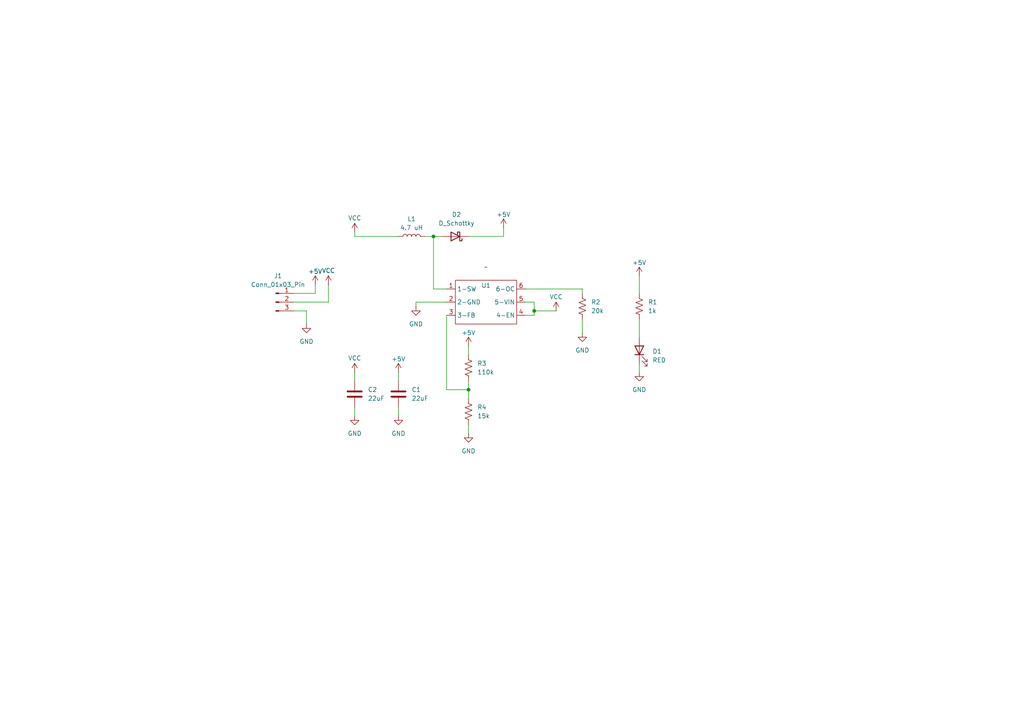
<source format=kicad_sch>
(kicad_sch (version 20250114) (generator "eeschema") (generator_version "9.0")
  (paper "A4")
  (lib_symbols
    (symbol "Connector:Conn_01x03_Pin" (pin_names (offset 1.016) (hide yes))
      (property "Reference" "J" (at 0 5.08 0))
      (property "Value" "Conn_01x03_Pin" (at 0 -5.08 0))
      (symbol "Conn_01x03_Pin_1_1"
        (rectangle (start 0.8636 2.667) (end 0 2.413) (stroke (width 0.1524)) (fill (type outline)))
        (rectangle (start 0.8636 0.127) (end 0 -0.127) (stroke (width 0.1524)) (fill (type outline)))
        (rectangle (start 0.8636 -2.413) (end 0 -2.667) (stroke (width 0.1524)) (fill (type outline)))
        (polyline (pts (xy 1.27 2.54) (xy 0.8636 2.54)) (stroke (width 0.1524)))
        (polyline (pts (xy 1.27 0) (xy 0.8636 0)) (stroke (width 0.1524)))
        (polyline (pts (xy 1.27 -2.54) (xy 0.8636 -2.54)) (stroke (width 0.1524)))
        (pin passive line (at 5.08 2.54 180) (length 3.81) (name "Pin_1") (number "1"))
        (pin passive line (at 5.08 0 180) (length 3.81) (name "Pin_2") (number "2"))
        (pin passive line (at 5.08 -2.54 180) (length 3.81) (name "Pin_3") (number "3"))
      )
    )
    (symbol "Device:C" (pin_numbers (hide yes)) (pin_names (offset 0.254))
      (property "Reference" "C" (at 0.635 2.54 0))
      (property "Value" "C" (at 0.635 -2.54 0))
      (symbol "C_0_1"
        (polyline (pts (xy -2.032 0.762) (xy 2.032 0.762)) (stroke (width 0.508)))
        (polyline (pts (xy -2.032 -0.762) (xy 2.032 -0.762)) (stroke (width 0.508)))
      )
      (symbol "C_1_1"
        (pin passive line (at 0 3.81 270) (length 2.794) (name "~") (number "1"))
        (pin passive line (at 0 -3.81 90) (length 2.794) (name "~") (number "2"))
      )
    )
    (symbol "Device:D_Schottky" (pin_numbers (hide yes)) (pin_names (offset 1.016) (hide yes))
      (property "Reference" "D" (at 0 2.54 0))
      (property "Value" "D_Schottky" (at 0 -2.54 0))
      (symbol "D_Schottky_0_1"
        (polyline (pts (xy -1.905 0.635) (xy -1.905 1.27) (xy -1.27 1.27) (xy -1.27 -1.27) (xy -0.635 -1.27) (xy -0.635 -0.635)) (stroke (width 0.254)))
        (polyline (pts (xy 1.27 1.27) (xy 1.27 -1.27) (xy -1.27 0) (xy 1.27 1.27)) (stroke (width 0.254)))
        (polyline (pts (xy 1.27 0) (xy -1.27 0)))
      )
      (symbol "D_Schottky_1_1"
        (pin passive line (at -3.81 0 0) (length 2.54) (name "K") (number "1"))
        (pin passive line (at 3.81 0 180) (length 2.54) (name "A") (number "2"))
      )
    )
    (symbol "Device:L" (pin_numbers (hide yes)) (pin_names (offset 1.016) (hide yes))
      (property "Reference" "L" (at -1.27 0 90))
      (property "Value" "L" (at 1.905 0 90))
      (symbol "L_0_1"
        (arc (start 0 2.54) (mid 0.6323 1.905) (end 0 1.27))
        (arc (start 0 1.27) (mid 0.6323 0.635) (end 0 0))
        (arc (start 0 0) (mid 0.6323 -0.635) (end 0 -1.27))
        (arc (start 0 -1.27) (mid 0.6323 -1.905) (end 0 -2.54))
      )
      (symbol "L_1_1"
        (pin passive line (at 0 3.81 270) (length 1.27) (name "1") (number "1"))
        (pin passive line (at 0 -3.81 90) (length 1.27) (name "2") (number "2"))
      )
    )
    (symbol "Device:LED" (pin_numbers (hide yes)) (pin_names (offset 1.016) (hide yes))
      (property "Reference" "D" (at 0 2.54 0))
      (property "Value" "LED" (at 0 -2.54 0))
      (symbol "LED_0_1"
        (polyline (pts (xy -3.048 -0.762) (xy -4.572 -2.286) (xy -3.81 -2.286) (xy -4.572 -2.286) (xy -4.572 -1.524)))
        (polyline (pts (xy -1.778 -0.762) (xy -3.302 -2.286) (xy -2.54 -2.286) (xy -3.302 -2.286) (xy -3.302 -1.524)))
        (polyline (pts (xy -1.27 0) (xy 1.27 0)))
        (polyline (pts (xy -1.27 -1.27) (xy -1.27 1.27)) (stroke (width 0.254)))
        (polyline (pts (xy 1.27 -1.27) (xy 1.27 1.27) (xy -1.27 0) (xy 1.27 -1.27)) (stroke (width 0.254)))
      )
      (symbol "LED_1_1"
        (pin passive line (at -3.81 0 0) (length 2.54) (name "K") (number "1"))
        (pin passive line (at 3.81 0 180) (length 2.54) (name "A") (number "2"))
      )
    )
    (symbol "Device:R_US" (pin_numbers (hide yes)) (pin_names (offset 0))
      (property "Reference" "R" (at 2.54 0 90))
      (property "Value" "R_US" (at -2.54 0 90))
      (symbol "R_US_0_1"
        (polyline (pts (xy 0 2.286) (xy 0 2.54)))
        (polyline (pts (xy 0 2.286) (xy 1.016 1.905) (xy 0 1.524) (xy -1.016 1.143) (xy 0 0.762)))
        (polyline (pts (xy 0 0.762) (xy 1.016 0.381) (xy 0 0) (xy -1.016 -0.381) (xy 0 -0.762)))
        (polyline (pts (xy 0 -0.762) (xy 1.016 -1.143) (xy 0 -1.524) (xy -1.016 -1.905) (xy 0 -2.286)))
        (polyline (pts (xy 0 -2.286) (xy 0 -2.54)))
      )
      (symbol "R_US_1_1"
        (pin passive line (at 0 3.81 270) (length 1.27) (name "~") (number "1"))
        (pin passive line (at 0 -3.81 90) (length 1.27) (name "~") (number "2"))
      )
    )
    (symbol "Test:MT3608L"
      (property "Reference" "U" (at 0 0 0))
      (symbol "MT3608L_0_1"
        (polyline (pts (xy 5.08 8.89) (xy 5.08 8.89)))
        (polyline (pts (xy 8.89 8.89) (xy 8.89 8.89)))
        (polyline (pts (xy 8.89 8.89) (xy 8.89 8.89)))
        (polyline (pts (xy 8.89 6.35) (xy 8.89 -6.35) (xy -8.89 -6.35) (xy -8.89 6.35) (xy 8.89 6.35)))
      )
      (symbol "MT3608L_1_1"
        (pin input line (at -11.43 3.81 0) (length 2.54) (name "1-SW") (number "1"))
        (pin input line (at -11.43 0 0) (length 2.54) (name "2-GND") (number "2"))
        (pin input line (at -11.43 -3.81 0) (length 2.54) (name "3-FB") (number "3"))
        (pin input line (at 11.43 3.81 180) (length 2.54) (name "6-OC") (number "6"))
        (pin input line (at 11.43 0 180) (length 2.54) (name "5-VIN") (number "5"))
        (pin input line (at 11.43 -3.81 180) (length 2.54) (name "4-EN") (number "4"))
      )
    )
    (symbol "power:+5V" (power) (pin_numbers (hide yes)) (pin_names (offset 0) (hide yes))
      (property "Value" "+5V" (at 0 3.556 0))
      (symbol "+5V_0_1"
        (polyline (pts (xy -0.762 1.27) (xy 0 2.54)))
        (polyline (pts (xy 0 2.54) (xy 0.762 1.27)))
        (polyline (pts (xy 0 0) (xy 0 2.54)))
      )
      (symbol "+5V_1_1"
        (pin power_in line (at 0 0 90) (length 0) (name "~") (number "1"))
      )
    )
    (symbol "power:GND" (power) (pin_numbers (hide yes)) (pin_names (offset 0) (hide yes))
      (property "Value" "GND" (at 0 -3.81 0))
      (symbol "GND_0_1"
        (polyline (pts (xy 0 0) (xy 0 -1.27) (xy 1.27 -1.27) (xy 0 -2.54) (xy -1.27 -1.27) (xy 0 -1.27)))
      )
      (symbol "GND_1_1"
        (pin power_in line (at 0 0 270) (length 0) (name "~") (number "1"))
      )
    )
    (symbol "power:VCC" (power) (pin_numbers (hide yes)) (pin_names (offset 0) (hide yes))
      (property "Value" "VCC" (at 0 3.556 0))
      (symbol "VCC_0_1"
        (polyline (pts (xy -0.762 1.27) (xy 0 2.54)))
        (polyline (pts (xy 0 2.54) (xy 0.762 1.27)))
        (polyline (pts (xy 0 0) (xy 0 2.54)))
      )
      (symbol "VCC_1_1"
        (pin power_in line (at 0 0 90) (length 0) (name "~") (number "1"))
      )
    )
  )
  (junction (at 135.89 113.03))
  (junction (at 154.94 90.17))
  (junction (at 125.73 68.58))
  (wire (pts (xy 125.73 68.58) (xy 128.27 68.58)))
  (wire (pts (xy 120.65 87.63) (xy 120.65 88.9)))
  (wire (pts (xy 115.57 118.11) (xy 115.57 120.65)))
  (wire (pts (xy 115.57 107.95) (xy 115.57 110.49)))
  (wire (pts (xy 102.87 118.11) (xy 102.87 120.65)))
  (wire (pts (xy 154.94 91.44) (xy 152.4 91.44)))
  (wire (pts (xy 135.89 110.49) (xy 135.89 113.03)))
  (wire (pts (xy 154.94 87.63) (xy 154.94 90.17)))
  (wire (pts (xy 135.89 100.33) (xy 135.89 102.87)))
  (wire (pts (xy 146.05 68.58) (xy 146.05 66.04)))
  (wire (pts (xy 125.73 83.82) (xy 125.73 68.58)))
  (wire (pts (xy 168.91 83.82) (xy 168.91 85.09)))
  (wire (pts (xy 129.54 87.63) (xy 120.65 87.63)))
  (wire (pts (xy 168.91 92.71) (xy 168.91 96.52)))
  (wire (pts (xy 185.42 105.41) (xy 185.42 107.95)))
  (wire (pts (xy 102.87 107.95) (xy 102.87 110.49)))
  (wire (pts (xy 85.09 85.09) (xy 91.44 85.09)))
  (wire (pts (xy 95.25 87.63) (xy 95.25 82.55)))
  (wire (pts (xy 152.4 83.82) (xy 168.91 83.82)))
  (wire (pts (xy 135.89 123.19) (xy 135.89 125.73)))
  (wire (pts (xy 129.54 83.82) (xy 125.73 83.82)))
  (wire (pts (xy 85.09 87.63) (xy 95.25 87.63)))
  (wire (pts (xy 185.42 92.71) (xy 185.42 97.79)))
  (wire (pts (xy 129.54 113.03) (xy 135.89 113.03)))
  (wire (pts (xy 152.4 87.63) (xy 154.94 87.63)))
  (wire (pts (xy 154.94 90.17) (xy 154.94 91.44)))
  (wire (pts (xy 85.09 90.17) (xy 88.9 90.17)))
  (wire (pts (xy 135.89 113.03) (xy 135.89 115.57)))
  (wire (pts (xy 135.89 68.58) (xy 146.05 68.58)))
  (wire (pts (xy 123.19 68.58) (xy 125.73 68.58)))
  (wire (pts (xy 129.54 91.44) (xy 129.54 113.03)))
  (wire (pts (xy 88.9 90.17) (xy 88.9 93.98)))
  (wire (pts (xy 102.87 68.58) (xy 115.57 68.58)))
  (wire (pts (xy 185.42 80.01) (xy 185.42 85.09)))
  (wire (pts (xy 154.94 90.17) (xy 161.29 90.17)))
  (wire (pts (xy 102.87 67.31) (xy 102.87 68.58)))
  (wire (pts (xy 91.44 85.09) (xy 91.44 82.55)))
  (symbol (lib_id "power:+5V") (at 146.05 66.04 0) (unit 1)
    (property "Reference" "#PWR014" (effects (hide yes)))
    (property "Value" "+5V" (at 146.05 62.23 0))
    (property "Description" "Power symbol creates a global label with name \"+5V\"" (effects (hide yes)))
  )
  (symbol (lib_id "power:VCC") (at 161.29 90.17 0) (unit 1)
    (property "Reference" "#PWR05" (effects (hide yes)))
    (property "Value" "VCC" (at 161.29 86.106 0))
    (property "Description" "Power symbol creates a global label with name \"VCC\"" (effects (hide yes)))
  )
  (symbol (lib_id "Test:MT3608L") (at 140.97 87.63 0) (unit 1)
    (property "Reference" "U1" (at 140.97 82.804 0))
    (property "Value" "~" (at 140.97 77.47 0))
    (property "Footprint" "Package_TO_SOT_SMD:SOT-23-6" (effects (hide yes)))
  )
  (symbol (lib_id "power:GND") (at 102.87 120.65 0) (unit 1)
    (property "Reference" "#PWR012" (effects (hide yes)))
    (property "Value" "GND" (at 102.87 125.73 0))
    (property "Description" "Power symbol creates a global label with name \"GND\" , ground" (effects (hide yes)))
  )
  (symbol (lib_id "Connector:Conn_01x03_Pin") (at 80.01 87.63 0) (unit 1)
    (property "Reference" "J1" (at 80.645 80.01 0))
    (property "Value" "Conn_01x03_Pin" (at 80.645 82.55 0))
    (property "Footprint" "Connector_PinHeader_2.54mm:PinHeader_1x03_P2.54mm_Vertical" (effects (hide yes)))
    (property "Description" "Generic connector, single row, 01x03, script generated" (effects (hide yes)))
  )
  (symbol (lib_id "power:VCC") (at 102.87 107.95 0) (unit 1)
    (property "Reference" "#PWR011" (effects (hide yes)))
    (property "Value" "VCC" (at 102.87 103.886 0))
    (property "Description" "Power symbol creates a global label with name \"VCC\"" (effects (hide yes)))
  )
  (symbol (lib_id "Device:R_US") (at 185.42 88.9 0) (unit 1)
    (property "Reference" "R1" (at 187.96 87.6299 0) (effects (justify left)))
    (property "Value" "1k" (at 187.96 90.1699 0) (effects (justify left)))
    (property "Footprint" "Resistor_SMD:R_0805_2012Metric" (effects (hide yes)))
    (property "Description" "Resistor, US symbol" (effects (hide yes)))
  )
  (symbol (lib_id "power:+5V") (at 115.57 107.95 0) (unit 1)
    (property "Reference" "#PWR03" (effects (hide yes)))
    (property "Value" "+5V" (at 115.57 104.14 0))
    (property "Description" "Power symbol creates a global label with name \"+5V\"" (effects (hide yes)))
  )
  (symbol (lib_id "Device:R_US") (at 135.89 119.38 0) (unit 1)
    (property "Reference" "R4" (at 138.43 118.1099 0) (effects (justify left)))
    (property "Value" "15k" (at 138.43 120.6499 0) (effects (justify left)))
    (property "Footprint" "Resistor_SMD:R_0805_2012Metric" (effects (hide yes)))
    (property "Description" "Resistor, US symbol" (effects (hide yes)))
  )
  (symbol (lib_id "power:+5V") (at 185.42 80.01 0) (unit 1)
    (property "Reference" "#PWR016" (effects (hide yes)))
    (property "Value" "+5V" (at 185.42 76.2 0))
    (property "Description" "Power symbol creates a global label with name \"+5V\"" (effects (hide yes)))
  )
  (symbol (lib_id "Device:R_US") (at 135.89 106.68 0) (unit 1)
    (property "Reference" "R3" (at 138.43 105.4099 0) (effects (justify left)))
    (property "Value" "110k" (at 138.43 107.9499 0) (effects (justify left)))
    (property "Footprint" "Resistor_SMD:R_0805_2012Metric" (effects (hide yes)))
    (property "Description" "Resistor, US symbol" (effects (hide yes)))
  )
  (symbol (lib_id "power:+5V") (at 91.44 82.55 0) (unit 1)
    (property "Reference" "#PWR07" (effects (hide yes)))
    (property "Value" "+5V" (at 91.44 78.74 0))
    (property "Description" "Power symbol creates a global label with name \"+5V\"" (effects (hide yes)))
  )
  (symbol (lib_id "power:GND") (at 168.91 96.52 0) (unit 1)
    (property "Reference" "#PWR010" (effects (hide yes)))
    (property "Value" "GND" (at 168.91 101.6 0))
    (property "Description" "Power symbol creates a global label with name \"GND\" , ground" (effects (hide yes)))
  )
  (symbol (lib_id "Device:R_US") (at 168.91 88.9 0) (unit 1)
    (property "Reference" "R2" (at 171.45 87.6299 0) (effects (justify left)))
    (property "Value" "20k" (at 171.45 90.1699 0) (effects (justify left)))
    (property "Footprint" "Resistor_SMD:R_0805_2012Metric" (effects (hide yes)))
    (property "Description" "Resistor, US symbol" (effects (hide yes)))
  )
  (symbol (lib_id "Device:L") (at 119.38 68.58 90) (unit 1)
    (property "Reference" "L1" (at 119.38 63.5 90))
    (property "Value" "4.7 uH" (at 119.38 66.04 90))
    (property "Footprint" "Inductor_SMD:L_0805_2012Metric" (effects (hide yes)))
    (property "Description" "Inductor" (effects (hide yes)))
  )
  (symbol (lib_id "Device:LED") (at 185.42 101.6 90) (unit 1)
    (property "Reference" "D1" (at 189.23 101.9174 90) (effects (justify right)))
    (property "Value" "RED" (at 189.23 104.4574 90) (effects (justify right)))
    (property "Footprint" "LED_SMD:LED_0805_2012Metric" (effects (hide yes)))
    (property "Description" "Light emitting diode" (effects (hide yes)))
    (property "Sim.Pins" "1=K 2=A" (effects (hide yes)))
  )
  (symbol (lib_id "Device:C") (at 115.57 114.3 0) (unit 1)
    (property "Reference" "C1" (at 119.38 113.0299 0) (effects (justify left)))
    (property "Value" "22uF" (at 119.38 115.5699 0) (effects (justify left)))
    (property "Footprint" "Capacitor_SMD:C_0805_2012Metric" (effects (hide yes)))
    (property "Description" "Unpolarized capacitor" (effects (hide yes)))
  )
  (symbol (lib_id "power:GND") (at 135.89 125.73 0) (unit 1)
    (property "Reference" "#PWR09" (effects (hide yes)))
    (property "Value" "GND" (at 135.89 130.81 0))
    (property "Description" "Power symbol creates a global label with name \"GND\" , ground" (effects (hide yes)))
  )
  (symbol (lib_id "power:+5V") (at 135.89 100.33 0) (unit 1)
    (property "Reference" "#PWR08" (effects (hide yes)))
    (property "Value" "+5V" (at 135.89 96.52 0))
    (property "Description" "Power symbol creates a global label with name \"+5V\"" (effects (hide yes)))
  )
  (symbol (lib_id "power:VCC") (at 102.87 67.31 0) (unit 1)
    (property "Reference" "#PWR013" (effects (hide yes)))
    (property "Value" "VCC" (at 102.87 63.246 0))
    (property "Description" "Power symbol creates a global label with name \"VCC\"" (effects (hide yes)))
  )
  (symbol (lib_id "power:GND") (at 120.65 88.9 0) (unit 1)
    (property "Reference" "#PWR04" (effects (hide yes)))
    (property "Value" "GND" (at 120.65 93.98 0))
    (property "Description" "Power symbol creates a global label with name \"GND\" , ground" (effects (hide yes)))
  )
  (symbol (lib_id "power:GND") (at 185.42 107.95 0) (unit 1)
    (property "Reference" "#PWR015" (effects (hide yes)))
    (property "Value" "GND" (at 185.42 113.03 0))
    (property "Description" "Power symbol creates a global label with name \"GND\" , ground" (effects (hide yes)))
  )
  (symbol (lib_id "power:GND") (at 88.9 93.98 0) (unit 1)
    (property "Reference" "#PWR02" (effects (hide yes)))
    (property "Value" "GND" (at 88.9 99.06 0))
    (property "Description" "Power symbol creates a global label with name \"GND\" , ground" (effects (hide yes)))
  )
  (symbol (lib_id "Device:D_Schottky") (at 132.08 68.58 180) (unit 1)
    (property "Reference" "D2" (at 132.3975 62.23 0))
    (property "Value" "D_Schottky" (at 132.3975 64.77 0))
    (property "Footprint" "Diode_SMD:D_SOD-123" (effects (hide yes)))
    (property "Description" "Schottky diode" (effects (hide yes)))
  )
  (symbol (lib_id "power:GND") (at 115.57 120.65 0) (unit 1)
    (property "Reference" "#PWR06" (effects (hide yes)))
    (property "Value" "GND" (at 115.57 125.73 0))
    (property "Description" "Power symbol creates a global label with name \"GND\" , ground" (effects (hide yes)))
  )
  (symbol (lib_id "power:VCC") (at 95.25 82.55 0) (unit 1)
    (property "Reference" "#PWR01" (effects (hide yes)))
    (property "Value" "VCC" (at 95.25 78.486 0))
    (property "Description" "Power symbol creates a global label with name \"VCC\"" (effects (hide yes)))
  )
  (symbol (lib_id "Device:C") (at 102.87 114.3 0) (unit 1)
    (property "Reference" "C2" (at 106.68 113.0299 0) (effects (justify left)))
    (property "Value" "22uF" (at 106.68 115.5699 0) (effects (justify left)))
    (property "Footprint" "Capacitor_SMD:C_0805_2012Metric" (effects (hide yes)))
    (property "Description" "Unpolarized capacitor" (effects (hide yes)))
  )
)
</source>
